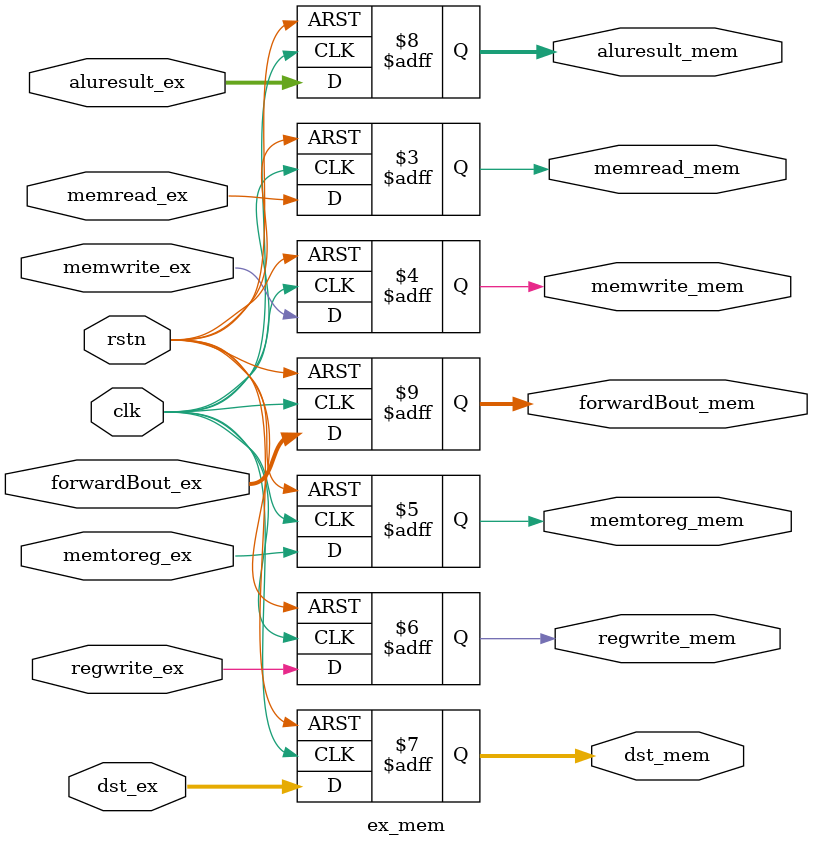
<source format=v>
`timescale 1ns / 1ps

module ex_mem(
input clk, rstn, memread_ex, memwrite_ex, memtoreg_ex, regwrite_ex,
input [4:0] dst_ex,
input [63:0] aluresult_ex, forwardBout_ex,
output reg memread_mem, memwrite_mem, memtoreg_mem, regwrite_mem,
output reg [4:0] dst_mem,
output reg [63:0] aluresult_mem, forwardBout_mem
    );
    
    always@(posedge clk or negedge rstn)begin
        if(!rstn)begin
            memread_mem <= 1'b0;
            memwrite_mem <= 1'b0;
            memtoreg_mem <= 1'b0;
            regwrite_mem <= 1'b0;
            aluresult_mem = 64'b0;
            forwardBout_mem <= 64'b0;
            dst_mem <= 5'b0;
        end
        else begin
            memread_mem <= memread_ex;
            memwrite_mem <= memwrite_ex;
            memtoreg_mem <= memtoreg_ex;
            regwrite_mem <= regwrite_ex;
            aluresult_mem <= aluresult_ex;
            forwardBout_mem <= forwardBout_ex;
            dst_mem <= dst_ex;
        end
    end
        
    
endmodule

</source>
